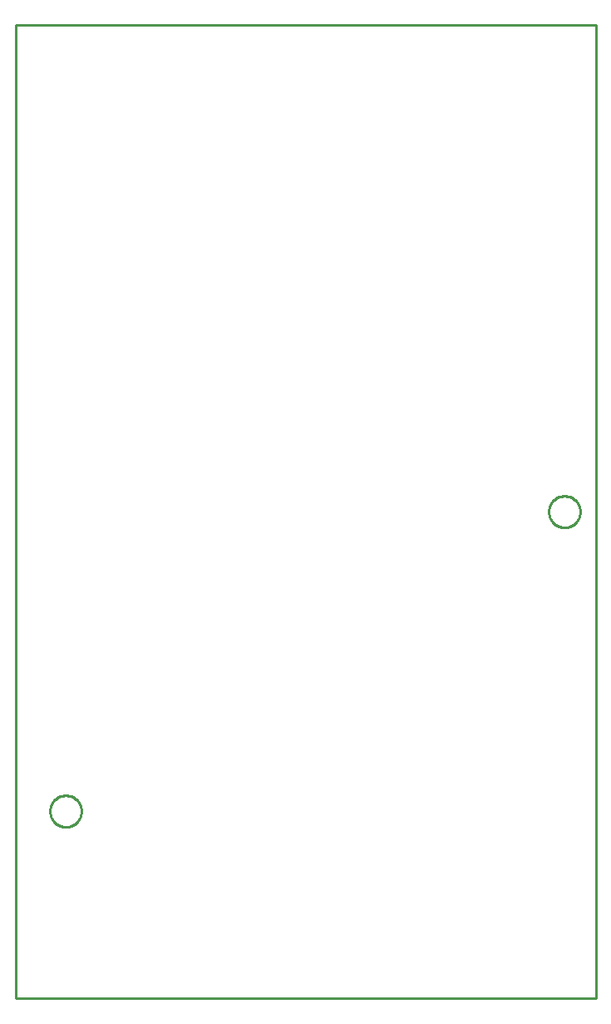
<source format=gko>
G04 EAGLE Gerber RS-274X export*
G75*
%MOMM*%
%FSLAX34Y34*%
%LPD*%
%INBoard Outline*%
%IPPOS*%
%AMOC8*
5,1,8,0,0,1.08239X$1,22.5*%
G01*
%ADD10C,0.000000*%
%ADD11C,0.254000*%


D10*
X0Y0D02*
X590550Y0D01*
X590550Y990600D01*
X0Y990500D01*
X0Y0D01*
X34798Y190500D02*
X34803Y190893D01*
X34817Y191285D01*
X34841Y191677D01*
X34875Y192068D01*
X34918Y192459D01*
X34971Y192848D01*
X35034Y193236D01*
X35105Y193622D01*
X35187Y194006D01*
X35278Y194388D01*
X35378Y194768D01*
X35487Y195145D01*
X35606Y195520D01*
X35733Y195891D01*
X35870Y196259D01*
X36016Y196624D01*
X36171Y196985D01*
X36334Y197342D01*
X36507Y197695D01*
X36687Y198043D01*
X36877Y198387D01*
X37075Y198727D01*
X37281Y199061D01*
X37495Y199390D01*
X37717Y199714D01*
X37947Y200032D01*
X38185Y200345D01*
X38430Y200652D01*
X38683Y200952D01*
X38943Y201246D01*
X39211Y201534D01*
X39485Y201815D01*
X39766Y202089D01*
X40054Y202357D01*
X40348Y202617D01*
X40648Y202870D01*
X40955Y203115D01*
X41268Y203353D01*
X41586Y203583D01*
X41910Y203805D01*
X42239Y204019D01*
X42573Y204225D01*
X42913Y204423D01*
X43257Y204613D01*
X43605Y204793D01*
X43958Y204966D01*
X44315Y205129D01*
X44676Y205284D01*
X45041Y205430D01*
X45409Y205567D01*
X45780Y205694D01*
X46155Y205813D01*
X46532Y205922D01*
X46912Y206022D01*
X47294Y206113D01*
X47678Y206195D01*
X48064Y206266D01*
X48452Y206329D01*
X48841Y206382D01*
X49232Y206425D01*
X49623Y206459D01*
X50015Y206483D01*
X50407Y206497D01*
X50800Y206502D01*
X51193Y206497D01*
X51585Y206483D01*
X51977Y206459D01*
X52368Y206425D01*
X52759Y206382D01*
X53148Y206329D01*
X53536Y206266D01*
X53922Y206195D01*
X54306Y206113D01*
X54688Y206022D01*
X55068Y205922D01*
X55445Y205813D01*
X55820Y205694D01*
X56191Y205567D01*
X56559Y205430D01*
X56924Y205284D01*
X57285Y205129D01*
X57642Y204966D01*
X57995Y204793D01*
X58343Y204613D01*
X58687Y204423D01*
X59027Y204225D01*
X59361Y204019D01*
X59690Y203805D01*
X60014Y203583D01*
X60332Y203353D01*
X60645Y203115D01*
X60952Y202870D01*
X61252Y202617D01*
X61546Y202357D01*
X61834Y202089D01*
X62115Y201815D01*
X62389Y201534D01*
X62657Y201246D01*
X62917Y200952D01*
X63170Y200652D01*
X63415Y200345D01*
X63653Y200032D01*
X63883Y199714D01*
X64105Y199390D01*
X64319Y199061D01*
X64525Y198727D01*
X64723Y198387D01*
X64913Y198043D01*
X65093Y197695D01*
X65266Y197342D01*
X65429Y196985D01*
X65584Y196624D01*
X65730Y196259D01*
X65867Y195891D01*
X65994Y195520D01*
X66113Y195145D01*
X66222Y194768D01*
X66322Y194388D01*
X66413Y194006D01*
X66495Y193622D01*
X66566Y193236D01*
X66629Y192848D01*
X66682Y192459D01*
X66725Y192068D01*
X66759Y191677D01*
X66783Y191285D01*
X66797Y190893D01*
X66802Y190500D01*
X66797Y190107D01*
X66783Y189715D01*
X66759Y189323D01*
X66725Y188932D01*
X66682Y188541D01*
X66629Y188152D01*
X66566Y187764D01*
X66495Y187378D01*
X66413Y186994D01*
X66322Y186612D01*
X66222Y186232D01*
X66113Y185855D01*
X65994Y185480D01*
X65867Y185109D01*
X65730Y184741D01*
X65584Y184376D01*
X65429Y184015D01*
X65266Y183658D01*
X65093Y183305D01*
X64913Y182957D01*
X64723Y182613D01*
X64525Y182273D01*
X64319Y181939D01*
X64105Y181610D01*
X63883Y181286D01*
X63653Y180968D01*
X63415Y180655D01*
X63170Y180348D01*
X62917Y180048D01*
X62657Y179754D01*
X62389Y179466D01*
X62115Y179185D01*
X61834Y178911D01*
X61546Y178643D01*
X61252Y178383D01*
X60952Y178130D01*
X60645Y177885D01*
X60332Y177647D01*
X60014Y177417D01*
X59690Y177195D01*
X59361Y176981D01*
X59027Y176775D01*
X58687Y176577D01*
X58343Y176387D01*
X57995Y176207D01*
X57642Y176034D01*
X57285Y175871D01*
X56924Y175716D01*
X56559Y175570D01*
X56191Y175433D01*
X55820Y175306D01*
X55445Y175187D01*
X55068Y175078D01*
X54688Y174978D01*
X54306Y174887D01*
X53922Y174805D01*
X53536Y174734D01*
X53148Y174671D01*
X52759Y174618D01*
X52368Y174575D01*
X51977Y174541D01*
X51585Y174517D01*
X51193Y174503D01*
X50800Y174498D01*
X50407Y174503D01*
X50015Y174517D01*
X49623Y174541D01*
X49232Y174575D01*
X48841Y174618D01*
X48452Y174671D01*
X48064Y174734D01*
X47678Y174805D01*
X47294Y174887D01*
X46912Y174978D01*
X46532Y175078D01*
X46155Y175187D01*
X45780Y175306D01*
X45409Y175433D01*
X45041Y175570D01*
X44676Y175716D01*
X44315Y175871D01*
X43958Y176034D01*
X43605Y176207D01*
X43257Y176387D01*
X42913Y176577D01*
X42573Y176775D01*
X42239Y176981D01*
X41910Y177195D01*
X41586Y177417D01*
X41268Y177647D01*
X40955Y177885D01*
X40648Y178130D01*
X40348Y178383D01*
X40054Y178643D01*
X39766Y178911D01*
X39485Y179185D01*
X39211Y179466D01*
X38943Y179754D01*
X38683Y180048D01*
X38430Y180348D01*
X38185Y180655D01*
X37947Y180968D01*
X37717Y181286D01*
X37495Y181610D01*
X37281Y181939D01*
X37075Y182273D01*
X36877Y182613D01*
X36687Y182957D01*
X36507Y183305D01*
X36334Y183658D01*
X36171Y184015D01*
X36016Y184376D01*
X35870Y184741D01*
X35733Y185109D01*
X35606Y185480D01*
X35487Y185855D01*
X35378Y186232D01*
X35278Y186612D01*
X35187Y186994D01*
X35105Y187378D01*
X35034Y187764D01*
X34971Y188152D01*
X34918Y188541D01*
X34875Y188932D01*
X34841Y189323D01*
X34817Y189715D01*
X34803Y190107D01*
X34798Y190500D01*
X542798Y495300D02*
X542803Y495693D01*
X542817Y496085D01*
X542841Y496477D01*
X542875Y496868D01*
X542918Y497259D01*
X542971Y497648D01*
X543034Y498036D01*
X543105Y498422D01*
X543187Y498806D01*
X543278Y499188D01*
X543378Y499568D01*
X543487Y499945D01*
X543606Y500320D01*
X543733Y500691D01*
X543870Y501059D01*
X544016Y501424D01*
X544171Y501785D01*
X544334Y502142D01*
X544507Y502495D01*
X544687Y502843D01*
X544877Y503187D01*
X545075Y503527D01*
X545281Y503861D01*
X545495Y504190D01*
X545717Y504514D01*
X545947Y504832D01*
X546185Y505145D01*
X546430Y505452D01*
X546683Y505752D01*
X546943Y506046D01*
X547211Y506334D01*
X547485Y506615D01*
X547766Y506889D01*
X548054Y507157D01*
X548348Y507417D01*
X548648Y507670D01*
X548955Y507915D01*
X549268Y508153D01*
X549586Y508383D01*
X549910Y508605D01*
X550239Y508819D01*
X550573Y509025D01*
X550913Y509223D01*
X551257Y509413D01*
X551605Y509593D01*
X551958Y509766D01*
X552315Y509929D01*
X552676Y510084D01*
X553041Y510230D01*
X553409Y510367D01*
X553780Y510494D01*
X554155Y510613D01*
X554532Y510722D01*
X554912Y510822D01*
X555294Y510913D01*
X555678Y510995D01*
X556064Y511066D01*
X556452Y511129D01*
X556841Y511182D01*
X557232Y511225D01*
X557623Y511259D01*
X558015Y511283D01*
X558407Y511297D01*
X558800Y511302D01*
X559193Y511297D01*
X559585Y511283D01*
X559977Y511259D01*
X560368Y511225D01*
X560759Y511182D01*
X561148Y511129D01*
X561536Y511066D01*
X561922Y510995D01*
X562306Y510913D01*
X562688Y510822D01*
X563068Y510722D01*
X563445Y510613D01*
X563820Y510494D01*
X564191Y510367D01*
X564559Y510230D01*
X564924Y510084D01*
X565285Y509929D01*
X565642Y509766D01*
X565995Y509593D01*
X566343Y509413D01*
X566687Y509223D01*
X567027Y509025D01*
X567361Y508819D01*
X567690Y508605D01*
X568014Y508383D01*
X568332Y508153D01*
X568645Y507915D01*
X568952Y507670D01*
X569252Y507417D01*
X569546Y507157D01*
X569834Y506889D01*
X570115Y506615D01*
X570389Y506334D01*
X570657Y506046D01*
X570917Y505752D01*
X571170Y505452D01*
X571415Y505145D01*
X571653Y504832D01*
X571883Y504514D01*
X572105Y504190D01*
X572319Y503861D01*
X572525Y503527D01*
X572723Y503187D01*
X572913Y502843D01*
X573093Y502495D01*
X573266Y502142D01*
X573429Y501785D01*
X573584Y501424D01*
X573730Y501059D01*
X573867Y500691D01*
X573994Y500320D01*
X574113Y499945D01*
X574222Y499568D01*
X574322Y499188D01*
X574413Y498806D01*
X574495Y498422D01*
X574566Y498036D01*
X574629Y497648D01*
X574682Y497259D01*
X574725Y496868D01*
X574759Y496477D01*
X574783Y496085D01*
X574797Y495693D01*
X574802Y495300D01*
X574797Y494907D01*
X574783Y494515D01*
X574759Y494123D01*
X574725Y493732D01*
X574682Y493341D01*
X574629Y492952D01*
X574566Y492564D01*
X574495Y492178D01*
X574413Y491794D01*
X574322Y491412D01*
X574222Y491032D01*
X574113Y490655D01*
X573994Y490280D01*
X573867Y489909D01*
X573730Y489541D01*
X573584Y489176D01*
X573429Y488815D01*
X573266Y488458D01*
X573093Y488105D01*
X572913Y487757D01*
X572723Y487413D01*
X572525Y487073D01*
X572319Y486739D01*
X572105Y486410D01*
X571883Y486086D01*
X571653Y485768D01*
X571415Y485455D01*
X571170Y485148D01*
X570917Y484848D01*
X570657Y484554D01*
X570389Y484266D01*
X570115Y483985D01*
X569834Y483711D01*
X569546Y483443D01*
X569252Y483183D01*
X568952Y482930D01*
X568645Y482685D01*
X568332Y482447D01*
X568014Y482217D01*
X567690Y481995D01*
X567361Y481781D01*
X567027Y481575D01*
X566687Y481377D01*
X566343Y481187D01*
X565995Y481007D01*
X565642Y480834D01*
X565285Y480671D01*
X564924Y480516D01*
X564559Y480370D01*
X564191Y480233D01*
X563820Y480106D01*
X563445Y479987D01*
X563068Y479878D01*
X562688Y479778D01*
X562306Y479687D01*
X561922Y479605D01*
X561536Y479534D01*
X561148Y479471D01*
X560759Y479418D01*
X560368Y479375D01*
X559977Y479341D01*
X559585Y479317D01*
X559193Y479303D01*
X558800Y479298D01*
X558407Y479303D01*
X558015Y479317D01*
X557623Y479341D01*
X557232Y479375D01*
X556841Y479418D01*
X556452Y479471D01*
X556064Y479534D01*
X555678Y479605D01*
X555294Y479687D01*
X554912Y479778D01*
X554532Y479878D01*
X554155Y479987D01*
X553780Y480106D01*
X553409Y480233D01*
X553041Y480370D01*
X552676Y480516D01*
X552315Y480671D01*
X551958Y480834D01*
X551605Y481007D01*
X551257Y481187D01*
X550913Y481377D01*
X550573Y481575D01*
X550239Y481781D01*
X549910Y481995D01*
X549586Y482217D01*
X549268Y482447D01*
X548955Y482685D01*
X548648Y482930D01*
X548348Y483183D01*
X548054Y483443D01*
X547766Y483711D01*
X547485Y483985D01*
X547211Y484266D01*
X546943Y484554D01*
X546683Y484848D01*
X546430Y485148D01*
X546185Y485455D01*
X545947Y485768D01*
X545717Y486086D01*
X545495Y486410D01*
X545281Y486739D01*
X545075Y487073D01*
X544877Y487413D01*
X544687Y487757D01*
X544507Y488105D01*
X544334Y488458D01*
X544171Y488815D01*
X544016Y489176D01*
X543870Y489541D01*
X543733Y489909D01*
X543606Y490280D01*
X543487Y490655D01*
X543378Y491032D01*
X543278Y491412D01*
X543187Y491794D01*
X543105Y492178D01*
X543034Y492564D01*
X542971Y492952D01*
X542918Y493341D01*
X542875Y493732D01*
X542841Y494123D01*
X542817Y494515D01*
X542803Y494907D01*
X542798Y495300D01*
D11*
X0Y0D02*
X590550Y0D01*
X590550Y990600D01*
X0Y990500D01*
X0Y0D01*
X66802Y189976D02*
X66733Y188931D01*
X66597Y187892D01*
X66392Y186864D01*
X66121Y185852D01*
X65784Y184860D01*
X65383Y183892D01*
X64920Y182953D01*
X64396Y182045D01*
X63814Y181174D01*
X63176Y180343D01*
X62486Y179555D01*
X61745Y178814D01*
X60957Y178124D01*
X60126Y177486D01*
X59255Y176904D01*
X58347Y176380D01*
X57408Y175917D01*
X56440Y175516D01*
X55448Y175179D01*
X54436Y174908D01*
X53408Y174703D01*
X52369Y174567D01*
X51324Y174498D01*
X50276Y174498D01*
X49231Y174567D01*
X48192Y174703D01*
X47164Y174908D01*
X46152Y175179D01*
X45160Y175516D01*
X44192Y175917D01*
X43253Y176380D01*
X42345Y176904D01*
X41474Y177486D01*
X40643Y178124D01*
X39855Y178814D01*
X39114Y179555D01*
X38424Y180343D01*
X37786Y181174D01*
X37204Y182045D01*
X36680Y182953D01*
X36217Y183892D01*
X35816Y184860D01*
X35479Y185852D01*
X35208Y186864D01*
X35003Y187892D01*
X34867Y188931D01*
X34798Y189976D01*
X34798Y191024D01*
X34867Y192069D01*
X35003Y193108D01*
X35208Y194136D01*
X35479Y195148D01*
X35816Y196140D01*
X36217Y197108D01*
X36680Y198047D01*
X37204Y198955D01*
X37786Y199826D01*
X38424Y200657D01*
X39114Y201445D01*
X39855Y202186D01*
X40643Y202876D01*
X41474Y203514D01*
X42345Y204096D01*
X43253Y204620D01*
X44192Y205083D01*
X45160Y205484D01*
X46152Y205821D01*
X47164Y206092D01*
X48192Y206297D01*
X49231Y206433D01*
X50276Y206502D01*
X51324Y206502D01*
X52369Y206433D01*
X53408Y206297D01*
X54436Y206092D01*
X55448Y205821D01*
X56440Y205484D01*
X57408Y205083D01*
X58347Y204620D01*
X59255Y204096D01*
X60126Y203514D01*
X60957Y202876D01*
X61745Y202186D01*
X62486Y201445D01*
X63176Y200657D01*
X63814Y199826D01*
X64396Y198955D01*
X64920Y198047D01*
X65383Y197108D01*
X65784Y196140D01*
X66121Y195148D01*
X66392Y194136D01*
X66597Y193108D01*
X66733Y192069D01*
X66802Y191024D01*
X66802Y189976D01*
X574802Y494776D02*
X574733Y493731D01*
X574597Y492692D01*
X574392Y491664D01*
X574121Y490652D01*
X573784Y489660D01*
X573383Y488692D01*
X572920Y487753D01*
X572396Y486845D01*
X571814Y485974D01*
X571176Y485143D01*
X570486Y484355D01*
X569745Y483614D01*
X568957Y482924D01*
X568126Y482286D01*
X567255Y481704D01*
X566347Y481180D01*
X565408Y480717D01*
X564440Y480316D01*
X563448Y479979D01*
X562436Y479708D01*
X561408Y479503D01*
X560369Y479367D01*
X559324Y479298D01*
X558276Y479298D01*
X557231Y479367D01*
X556192Y479503D01*
X555164Y479708D01*
X554152Y479979D01*
X553160Y480316D01*
X552192Y480717D01*
X551253Y481180D01*
X550345Y481704D01*
X549474Y482286D01*
X548643Y482924D01*
X547855Y483614D01*
X547114Y484355D01*
X546424Y485143D01*
X545786Y485974D01*
X545204Y486845D01*
X544680Y487753D01*
X544217Y488692D01*
X543816Y489660D01*
X543479Y490652D01*
X543208Y491664D01*
X543003Y492692D01*
X542867Y493731D01*
X542798Y494776D01*
X542798Y495824D01*
X542867Y496869D01*
X543003Y497908D01*
X543208Y498936D01*
X543479Y499948D01*
X543816Y500940D01*
X544217Y501908D01*
X544680Y502847D01*
X545204Y503755D01*
X545786Y504626D01*
X546424Y505457D01*
X547114Y506245D01*
X547855Y506986D01*
X548643Y507676D01*
X549474Y508314D01*
X550345Y508896D01*
X551253Y509420D01*
X552192Y509883D01*
X553160Y510284D01*
X554152Y510621D01*
X555164Y510892D01*
X556192Y511097D01*
X557231Y511233D01*
X558276Y511302D01*
X559324Y511302D01*
X560369Y511233D01*
X561408Y511097D01*
X562436Y510892D01*
X563448Y510621D01*
X564440Y510284D01*
X565408Y509883D01*
X566347Y509420D01*
X567255Y508896D01*
X568126Y508314D01*
X568957Y507676D01*
X569745Y506986D01*
X570486Y506245D01*
X571176Y505457D01*
X571814Y504626D01*
X572396Y503755D01*
X572920Y502847D01*
X573383Y501908D01*
X573784Y500940D01*
X574121Y499948D01*
X574392Y498936D01*
X574597Y497908D01*
X574733Y496869D01*
X574802Y495824D01*
X574802Y494776D01*
M02*

</source>
